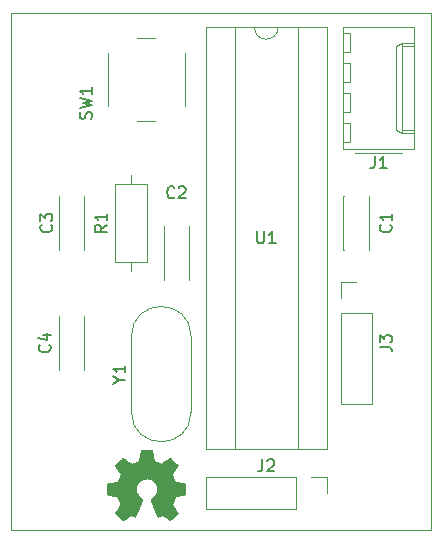
<source format=gbr>
%TF.GenerationSoftware,KiCad,Pcbnew,6.0.0*%
%TF.CreationDate,2022-01-08T01:51:50+01:00*%
%TF.ProjectId,sonars,736f6e61-7273-42e6-9b69-6361645f7063,0.1.0*%
%TF.SameCoordinates,Original*%
%TF.FileFunction,Legend,Top*%
%TF.FilePolarity,Positive*%
%FSLAX46Y46*%
G04 Gerber Fmt 4.6, Leading zero omitted, Abs format (unit mm)*
G04 Created by KiCad (PCBNEW 6.0.0) date 2022-01-08 01:51:50*
%MOMM*%
%LPD*%
G01*
G04 APERTURE LIST*
%TA.AperFunction,Profile*%
%ADD10C,0.100000*%
%TD*%
%ADD11C,0.150000*%
%ADD12C,0.120000*%
%ADD13C,0.010000*%
G04 APERTURE END LIST*
D10*
X57140000Y-69850000D02*
X92710000Y-69850000D01*
X92710000Y-69850000D02*
X92710000Y-113665000D01*
X92710000Y-113665000D02*
X57140000Y-113665000D01*
X57140000Y-113665000D02*
X57140000Y-69850000D01*
D11*
%TO.C,U1*%
X77978095Y-88352380D02*
X77978095Y-89161904D01*
X78025714Y-89257142D01*
X78073333Y-89304761D01*
X78168571Y-89352380D01*
X78359047Y-89352380D01*
X78454285Y-89304761D01*
X78501904Y-89257142D01*
X78549523Y-89161904D01*
X78549523Y-88352380D01*
X79549523Y-89352380D02*
X78978095Y-89352380D01*
X79263809Y-89352380D02*
X79263809Y-88352380D01*
X79168571Y-88495238D01*
X79073333Y-88590476D01*
X78978095Y-88638095D01*
%TO.C,SW1*%
X63904761Y-78803333D02*
X63952380Y-78660476D01*
X63952380Y-78422380D01*
X63904761Y-78327142D01*
X63857142Y-78279523D01*
X63761904Y-78231904D01*
X63666666Y-78231904D01*
X63571428Y-78279523D01*
X63523809Y-78327142D01*
X63476190Y-78422380D01*
X63428571Y-78612857D01*
X63380952Y-78708095D01*
X63333333Y-78755714D01*
X63238095Y-78803333D01*
X63142857Y-78803333D01*
X63047619Y-78755714D01*
X63000000Y-78708095D01*
X62952380Y-78612857D01*
X62952380Y-78374761D01*
X63000000Y-78231904D01*
X62952380Y-77898571D02*
X63952380Y-77660476D01*
X63238095Y-77470000D01*
X63952380Y-77279523D01*
X62952380Y-77041428D01*
X63952380Y-76136666D02*
X63952380Y-76708095D01*
X63952380Y-76422380D02*
X62952380Y-76422380D01*
X63095238Y-76517619D01*
X63190476Y-76612857D01*
X63238095Y-76708095D01*
%TO.C,R1*%
X65222380Y-87796666D02*
X64746190Y-88130000D01*
X65222380Y-88368095D02*
X64222380Y-88368095D01*
X64222380Y-87987142D01*
X64270000Y-87891904D01*
X64317619Y-87844285D01*
X64412857Y-87796666D01*
X64555714Y-87796666D01*
X64650952Y-87844285D01*
X64698571Y-87891904D01*
X64746190Y-87987142D01*
X64746190Y-88368095D01*
X65222380Y-86844285D02*
X65222380Y-87415714D01*
X65222380Y-87130000D02*
X64222380Y-87130000D01*
X64365238Y-87225238D01*
X64460476Y-87320476D01*
X64508095Y-87415714D01*
%TO.C,C4*%
X60387142Y-97956666D02*
X60434761Y-98004285D01*
X60482380Y-98147142D01*
X60482380Y-98242380D01*
X60434761Y-98385238D01*
X60339523Y-98480476D01*
X60244285Y-98528095D01*
X60053809Y-98575714D01*
X59910952Y-98575714D01*
X59720476Y-98528095D01*
X59625238Y-98480476D01*
X59530000Y-98385238D01*
X59482380Y-98242380D01*
X59482380Y-98147142D01*
X59530000Y-98004285D01*
X59577619Y-97956666D01*
X59815714Y-97099523D02*
X60482380Y-97099523D01*
X59434761Y-97337619D02*
X60149047Y-97575714D01*
X60149047Y-96956666D01*
%TO.C,J2*%
X78416666Y-107656380D02*
X78416666Y-108370666D01*
X78369047Y-108513523D01*
X78273809Y-108608761D01*
X78130952Y-108656380D01*
X78035714Y-108656380D01*
X78845238Y-107751619D02*
X78892857Y-107704000D01*
X78988095Y-107656380D01*
X79226190Y-107656380D01*
X79321428Y-107704000D01*
X79369047Y-107751619D01*
X79416666Y-107846857D01*
X79416666Y-107942095D01*
X79369047Y-108084952D01*
X78797619Y-108656380D01*
X79416666Y-108656380D01*
%TO.C,C3*%
X60527142Y-87796666D02*
X60574761Y-87844285D01*
X60622380Y-87987142D01*
X60622380Y-88082380D01*
X60574761Y-88225238D01*
X60479523Y-88320476D01*
X60384285Y-88368095D01*
X60193809Y-88415714D01*
X60050952Y-88415714D01*
X59860476Y-88368095D01*
X59765238Y-88320476D01*
X59670000Y-88225238D01*
X59622380Y-88082380D01*
X59622380Y-87987142D01*
X59670000Y-87844285D01*
X59717619Y-87796666D01*
X59622380Y-87463333D02*
X59622380Y-86844285D01*
X60003333Y-87177619D01*
X60003333Y-87034761D01*
X60050952Y-86939523D01*
X60098571Y-86891904D01*
X60193809Y-86844285D01*
X60431904Y-86844285D01*
X60527142Y-86891904D01*
X60574761Y-86939523D01*
X60622380Y-87034761D01*
X60622380Y-87320476D01*
X60574761Y-87415714D01*
X60527142Y-87463333D01*
%TO.C,C2*%
X70953333Y-85447142D02*
X70905714Y-85494761D01*
X70762857Y-85542380D01*
X70667619Y-85542380D01*
X70524761Y-85494761D01*
X70429523Y-85399523D01*
X70381904Y-85304285D01*
X70334285Y-85113809D01*
X70334285Y-84970952D01*
X70381904Y-84780476D01*
X70429523Y-84685238D01*
X70524761Y-84590000D01*
X70667619Y-84542380D01*
X70762857Y-84542380D01*
X70905714Y-84590000D01*
X70953333Y-84637619D01*
X71334285Y-84637619D02*
X71381904Y-84590000D01*
X71477142Y-84542380D01*
X71715238Y-84542380D01*
X71810476Y-84590000D01*
X71858095Y-84637619D01*
X71905714Y-84732857D01*
X71905714Y-84828095D01*
X71858095Y-84970952D01*
X71286666Y-85542380D01*
X71905714Y-85542380D01*
%TO.C,J3*%
X88352380Y-98123333D02*
X89066666Y-98123333D01*
X89209523Y-98170952D01*
X89304761Y-98266190D01*
X89352380Y-98409047D01*
X89352380Y-98504285D01*
X88352380Y-97742380D02*
X88352380Y-97123333D01*
X88733333Y-97456666D01*
X88733333Y-97313809D01*
X88780952Y-97218571D01*
X88828571Y-97170952D01*
X88923809Y-97123333D01*
X89161904Y-97123333D01*
X89257142Y-97170952D01*
X89304761Y-97218571D01*
X89352380Y-97313809D01*
X89352380Y-97599523D01*
X89304761Y-97694761D01*
X89257142Y-97742380D01*
%TO.C,Y1*%
X66301190Y-100906190D02*
X66777380Y-100906190D01*
X65777380Y-101239523D02*
X66301190Y-100906190D01*
X65777380Y-100572857D01*
X66777380Y-99715714D02*
X66777380Y-100287142D01*
X66777380Y-100001428D02*
X65777380Y-100001428D01*
X65920238Y-100096666D01*
X66015476Y-100191904D01*
X66063095Y-100287142D01*
%TO.C,C1*%
X89257142Y-87796666D02*
X89304761Y-87844285D01*
X89352380Y-87987142D01*
X89352380Y-88082380D01*
X89304761Y-88225238D01*
X89209523Y-88320476D01*
X89114285Y-88368095D01*
X88923809Y-88415714D01*
X88780952Y-88415714D01*
X88590476Y-88368095D01*
X88495238Y-88320476D01*
X88400000Y-88225238D01*
X88352380Y-88082380D01*
X88352380Y-87987142D01*
X88400000Y-87844285D01*
X88447619Y-87796666D01*
X89352380Y-86844285D02*
X89352380Y-87415714D01*
X89352380Y-87130000D02*
X88352380Y-87130000D01*
X88495238Y-87225238D01*
X88590476Y-87320476D01*
X88638095Y-87415714D01*
%TO.C,J1*%
X87931666Y-82002380D02*
X87931666Y-82716666D01*
X87884047Y-82859523D01*
X87788809Y-82954761D01*
X87645952Y-83002380D01*
X87550714Y-83002380D01*
X88931666Y-83002380D02*
X88360238Y-83002380D01*
X88645952Y-83002380D02*
X88645952Y-82002380D01*
X88550714Y-82145238D01*
X88455476Y-82240476D01*
X88360238Y-82288095D01*
D12*
%TO.C,U1*%
X77740000Y-71070000D02*
G75*
G03*
X79740000Y-71070000I1000000J0D01*
G01*
X77740000Y-71070000D02*
X76090000Y-71070000D01*
X76090000Y-71070000D02*
X76090000Y-106750000D01*
X76090000Y-106750000D02*
X81390000Y-106750000D01*
X81390000Y-106750000D02*
X81390000Y-71070000D01*
X81390000Y-71070000D02*
X79740000Y-71070000D01*
X73600000Y-71010000D02*
X73600000Y-106810000D01*
X73600000Y-106810000D02*
X83880000Y-106810000D01*
X83880000Y-106810000D02*
X83880000Y-71010000D01*
X83880000Y-71010000D02*
X73600000Y-71010000D01*
%TO.C,SW1*%
X67820000Y-78990000D02*
X69320000Y-78990000D01*
X71820000Y-77740000D02*
X71820000Y-73240000D01*
X69320000Y-71990000D02*
X67820000Y-71990000D01*
X65320000Y-73240000D02*
X65320000Y-77740000D01*
%TO.C,R1*%
X65940000Y-84360000D02*
X65940000Y-90900000D01*
X67310000Y-91670000D02*
X67310000Y-90900000D01*
X65940000Y-90900000D02*
X68680000Y-90900000D01*
X67310000Y-83590000D02*
X67310000Y-84360000D01*
X68680000Y-90900000D02*
X68680000Y-84360000D01*
X68680000Y-84360000D02*
X65940000Y-84360000D01*
%TO.C,C4*%
X63285000Y-95520000D02*
X63300000Y-95520000D01*
X61160000Y-95520000D02*
X61175000Y-95520000D01*
X61160000Y-100060000D02*
X61160000Y-95520000D01*
X63300000Y-100060000D02*
X63300000Y-95520000D01*
X61160000Y-100060000D02*
X61175000Y-100060000D01*
X63285000Y-100060000D02*
X63300000Y-100060000D01*
%TO.C,J2*%
X81280000Y-109160000D02*
X73600000Y-109160000D01*
X83880000Y-109160000D02*
X83880000Y-110490000D01*
X73600000Y-109160000D02*
X73600000Y-111820000D01*
X81280000Y-111820000D02*
X73600000Y-111820000D01*
X81280000Y-109160000D02*
X81280000Y-111820000D01*
X82550000Y-109160000D02*
X83880000Y-109160000D01*
%TO.C,C3*%
X63300000Y-89900000D02*
X63300000Y-85360000D01*
X61160000Y-89900000D02*
X61175000Y-89900000D01*
X63285000Y-89900000D02*
X63300000Y-89900000D01*
X61160000Y-85360000D02*
X61175000Y-85360000D01*
X61160000Y-89900000D02*
X61160000Y-85360000D01*
X63285000Y-85360000D02*
X63300000Y-85360000D01*
%TO.C,C2*%
X70065000Y-87900000D02*
X70050000Y-87900000D01*
X72190000Y-92440000D02*
X72175000Y-92440000D01*
X70065000Y-92440000D02*
X70050000Y-92440000D01*
X72190000Y-87900000D02*
X72175000Y-87900000D01*
X72190000Y-87900000D02*
X72190000Y-92440000D01*
X70050000Y-87900000D02*
X70050000Y-92440000D01*
%TO.C,J3*%
X85030000Y-93980000D02*
X85030000Y-92650000D01*
X87690000Y-95250000D02*
X87690000Y-102930000D01*
X85030000Y-95250000D02*
X87690000Y-95250000D01*
X85030000Y-95250000D02*
X85030000Y-102930000D01*
X85030000Y-102930000D02*
X87690000Y-102930000D01*
X85030000Y-92650000D02*
X86360000Y-92650000D01*
%TO.C,Y1*%
X72375000Y-103630000D02*
X72375000Y-97230000D01*
X67325000Y-103630000D02*
X67325000Y-97230000D01*
X72375000Y-97230000D02*
G75*
G03*
X67325000Y-97230000I-2525000J0D01*
G01*
X67325000Y-103630000D02*
G75*
G03*
X72375000Y-103630000I2525000J0D01*
G01*
%TO.C,C1*%
X85280000Y-89900000D02*
X85295000Y-89900000D01*
X87420000Y-89900000D02*
X87420000Y-85360000D01*
X87405000Y-85360000D02*
X87420000Y-85360000D01*
X85280000Y-89900000D02*
X85280000Y-85360000D01*
X85280000Y-85360000D02*
X85295000Y-85360000D01*
X87405000Y-89900000D02*
X87420000Y-89900000D01*
%TO.C,J1*%
X91255000Y-80010000D02*
X90255000Y-80010000D01*
X85235000Y-71010000D02*
X85235000Y-81390000D01*
X89725000Y-72640000D02*
X90255000Y-72390000D01*
X89725000Y-79760000D02*
X89725000Y-72640000D01*
X86265000Y-81680000D02*
X90265000Y-81680000D01*
X90255000Y-80010000D02*
X89725000Y-79760000D01*
X91255000Y-71010000D02*
X85235000Y-71010000D01*
X91255000Y-72640000D02*
X90255000Y-72640000D01*
X85235000Y-75730000D02*
X85835000Y-75730000D01*
X90255000Y-72390000D02*
X91255000Y-72390000D01*
X85235000Y-73190000D02*
X85835000Y-73190000D01*
X85835000Y-71590000D02*
X85235000Y-71590000D01*
X85835000Y-75730000D02*
X85835000Y-74130000D01*
X90255000Y-80010000D02*
X90255000Y-72390000D01*
X85835000Y-79210000D02*
X85235000Y-79210000D01*
X85835000Y-74130000D02*
X85235000Y-74130000D01*
X85235000Y-78270000D02*
X85835000Y-78270000D01*
X85835000Y-73190000D02*
X85835000Y-71590000D01*
X85235000Y-80810000D02*
X85835000Y-80810000D01*
X85835000Y-78270000D02*
X85835000Y-76670000D01*
X91255000Y-79760000D02*
X90255000Y-79760000D01*
X91255000Y-81390000D02*
X91255000Y-71010000D01*
X85235000Y-81390000D02*
X91255000Y-81390000D01*
X85835000Y-80810000D02*
X85835000Y-79210000D01*
X85835000Y-76670000D02*
X85235000Y-76670000D01*
D13*
%TO.C,REF\u002A\u002A*%
X69135814Y-107323931D02*
X69219635Y-107768555D01*
X69219635Y-107768555D02*
X69528920Y-107896053D01*
X69528920Y-107896053D02*
X69838206Y-108023551D01*
X69838206Y-108023551D02*
X70209246Y-107771246D01*
X70209246Y-107771246D02*
X70313157Y-107700996D01*
X70313157Y-107700996D02*
X70407087Y-107638272D01*
X70407087Y-107638272D02*
X70486652Y-107585938D01*
X70486652Y-107585938D02*
X70547470Y-107546857D01*
X70547470Y-107546857D02*
X70585157Y-107523893D01*
X70585157Y-107523893D02*
X70595421Y-107518942D01*
X70595421Y-107518942D02*
X70613910Y-107531676D01*
X70613910Y-107531676D02*
X70653420Y-107566882D01*
X70653420Y-107566882D02*
X70709522Y-107620062D01*
X70709522Y-107620062D02*
X70777787Y-107686718D01*
X70777787Y-107686718D02*
X70853786Y-107762354D01*
X70853786Y-107762354D02*
X70933092Y-107842472D01*
X70933092Y-107842472D02*
X71011275Y-107922574D01*
X71011275Y-107922574D02*
X71083907Y-107998164D01*
X71083907Y-107998164D02*
X71146559Y-108064745D01*
X71146559Y-108064745D02*
X71194803Y-108117818D01*
X71194803Y-108117818D02*
X71224210Y-108152887D01*
X71224210Y-108152887D02*
X71231241Y-108164623D01*
X71231241Y-108164623D02*
X71221123Y-108186260D01*
X71221123Y-108186260D02*
X71192759Y-108233662D01*
X71192759Y-108233662D02*
X71149129Y-108302193D01*
X71149129Y-108302193D02*
X71093218Y-108387215D01*
X71093218Y-108387215D02*
X71028006Y-108484093D01*
X71028006Y-108484093D02*
X70990219Y-108539350D01*
X70990219Y-108539350D02*
X70921343Y-108640248D01*
X70921343Y-108640248D02*
X70860140Y-108731299D01*
X70860140Y-108731299D02*
X70809578Y-108807970D01*
X70809578Y-108807970D02*
X70772628Y-108865728D01*
X70772628Y-108865728D02*
X70752258Y-108900043D01*
X70752258Y-108900043D02*
X70749197Y-108907254D01*
X70749197Y-108907254D02*
X70756136Y-108927748D01*
X70756136Y-108927748D02*
X70775051Y-108975513D01*
X70775051Y-108975513D02*
X70803087Y-109043832D01*
X70803087Y-109043832D02*
X70837391Y-109125989D01*
X70837391Y-109125989D02*
X70875109Y-109215270D01*
X70875109Y-109215270D02*
X70913387Y-109304958D01*
X70913387Y-109304958D02*
X70949370Y-109388338D01*
X70949370Y-109388338D02*
X70980206Y-109458694D01*
X70980206Y-109458694D02*
X71003039Y-109509310D01*
X71003039Y-109509310D02*
X71015017Y-109533471D01*
X71015017Y-109533471D02*
X71015724Y-109534422D01*
X71015724Y-109534422D02*
X71034531Y-109539036D01*
X71034531Y-109539036D02*
X71084618Y-109549328D01*
X71084618Y-109549328D02*
X71160793Y-109564287D01*
X71160793Y-109564287D02*
X71257865Y-109582901D01*
X71257865Y-109582901D02*
X71370643Y-109604159D01*
X71370643Y-109604159D02*
X71436442Y-109616418D01*
X71436442Y-109616418D02*
X71556950Y-109639362D01*
X71556950Y-109639362D02*
X71665797Y-109661195D01*
X71665797Y-109661195D02*
X71757476Y-109680722D01*
X71757476Y-109680722D02*
X71826481Y-109696748D01*
X71826481Y-109696748D02*
X71867304Y-109708079D01*
X71867304Y-109708079D02*
X71875511Y-109711674D01*
X71875511Y-109711674D02*
X71883548Y-109736006D01*
X71883548Y-109736006D02*
X71890033Y-109790959D01*
X71890033Y-109790959D02*
X71894970Y-109870108D01*
X71894970Y-109870108D02*
X71898364Y-109967026D01*
X71898364Y-109967026D02*
X71900218Y-110075287D01*
X71900218Y-110075287D02*
X71900538Y-110188465D01*
X71900538Y-110188465D02*
X71899327Y-110300135D01*
X71899327Y-110300135D02*
X71896590Y-110403868D01*
X71896590Y-110403868D02*
X71892331Y-110493241D01*
X71892331Y-110493241D02*
X71886555Y-110561826D01*
X71886555Y-110561826D02*
X71879267Y-110603197D01*
X71879267Y-110603197D02*
X71874895Y-110611810D01*
X71874895Y-110611810D02*
X71848764Y-110622133D01*
X71848764Y-110622133D02*
X71793393Y-110636892D01*
X71793393Y-110636892D02*
X71716107Y-110654352D01*
X71716107Y-110654352D02*
X71624230Y-110672780D01*
X71624230Y-110672780D02*
X71592158Y-110678741D01*
X71592158Y-110678741D02*
X71437524Y-110707066D01*
X71437524Y-110707066D02*
X71315375Y-110729876D01*
X71315375Y-110729876D02*
X71221673Y-110748080D01*
X71221673Y-110748080D02*
X71152384Y-110762583D01*
X71152384Y-110762583D02*
X71103471Y-110774292D01*
X71103471Y-110774292D02*
X71070897Y-110784115D01*
X71070897Y-110784115D02*
X71050628Y-110792956D01*
X71050628Y-110792956D02*
X71038626Y-110801724D01*
X71038626Y-110801724D02*
X71036947Y-110803457D01*
X71036947Y-110803457D02*
X71020184Y-110831371D01*
X71020184Y-110831371D02*
X70994614Y-110885695D01*
X70994614Y-110885695D02*
X70962788Y-110959777D01*
X70962788Y-110959777D02*
X70927260Y-111046965D01*
X70927260Y-111046965D02*
X70890583Y-111140608D01*
X70890583Y-111140608D02*
X70855311Y-111234052D01*
X70855311Y-111234052D02*
X70823996Y-111320647D01*
X70823996Y-111320647D02*
X70799193Y-111393740D01*
X70799193Y-111393740D02*
X70783454Y-111446678D01*
X70783454Y-111446678D02*
X70779332Y-111472811D01*
X70779332Y-111472811D02*
X70779676Y-111473726D01*
X70779676Y-111473726D02*
X70793641Y-111495086D01*
X70793641Y-111495086D02*
X70825322Y-111542084D01*
X70825322Y-111542084D02*
X70871391Y-111609827D01*
X70871391Y-111609827D02*
X70928518Y-111693423D01*
X70928518Y-111693423D02*
X70993373Y-111787982D01*
X70993373Y-111787982D02*
X71011843Y-111814854D01*
X71011843Y-111814854D02*
X71077699Y-111912275D01*
X71077699Y-111912275D02*
X71135650Y-112001163D01*
X71135650Y-112001163D02*
X71182538Y-112076412D01*
X71182538Y-112076412D02*
X71215207Y-112132920D01*
X71215207Y-112132920D02*
X71230500Y-112165581D01*
X71230500Y-112165581D02*
X71231241Y-112169593D01*
X71231241Y-112169593D02*
X71218392Y-112190684D01*
X71218392Y-112190684D02*
X71182888Y-112232464D01*
X71182888Y-112232464D02*
X71129293Y-112290445D01*
X71129293Y-112290445D02*
X71062171Y-112360135D01*
X71062171Y-112360135D02*
X70986087Y-112437045D01*
X70986087Y-112437045D02*
X70905604Y-112516683D01*
X70905604Y-112516683D02*
X70825287Y-112594561D01*
X70825287Y-112594561D02*
X70749699Y-112666186D01*
X70749699Y-112666186D02*
X70683405Y-112727070D01*
X70683405Y-112727070D02*
X70630969Y-112772721D01*
X70630969Y-112772721D02*
X70596955Y-112798650D01*
X70596955Y-112798650D02*
X70587545Y-112802883D01*
X70587545Y-112802883D02*
X70565643Y-112792912D01*
X70565643Y-112792912D02*
X70520800Y-112766020D01*
X70520800Y-112766020D02*
X70460321Y-112726736D01*
X70460321Y-112726736D02*
X70413789Y-112695117D01*
X70413789Y-112695117D02*
X70329475Y-112637098D01*
X70329475Y-112637098D02*
X70229626Y-112568784D01*
X70229626Y-112568784D02*
X70129473Y-112500579D01*
X70129473Y-112500579D02*
X70075627Y-112464075D01*
X70075627Y-112464075D02*
X69893371Y-112340800D01*
X69893371Y-112340800D02*
X69740381Y-112423520D01*
X69740381Y-112423520D02*
X69670682Y-112459759D01*
X69670682Y-112459759D02*
X69611414Y-112487926D01*
X69611414Y-112487926D02*
X69571311Y-112503991D01*
X69571311Y-112503991D02*
X69561103Y-112506226D01*
X69561103Y-112506226D02*
X69548829Y-112489722D01*
X69548829Y-112489722D02*
X69524613Y-112443082D01*
X69524613Y-112443082D02*
X69490263Y-112370609D01*
X69490263Y-112370609D02*
X69447588Y-112276606D01*
X69447588Y-112276606D02*
X69398394Y-112165374D01*
X69398394Y-112165374D02*
X69344490Y-112041215D01*
X69344490Y-112041215D02*
X69287684Y-111908432D01*
X69287684Y-111908432D02*
X69229782Y-111771327D01*
X69229782Y-111771327D02*
X69172593Y-111634202D01*
X69172593Y-111634202D02*
X69117924Y-111501358D01*
X69117924Y-111501358D02*
X69067584Y-111377098D01*
X69067584Y-111377098D02*
X69023380Y-111265725D01*
X69023380Y-111265725D02*
X68987119Y-111171539D01*
X68987119Y-111171539D02*
X68960609Y-111098844D01*
X68960609Y-111098844D02*
X68945658Y-111051941D01*
X68945658Y-111051941D02*
X68943254Y-111035833D01*
X68943254Y-111035833D02*
X68962311Y-111015286D01*
X68962311Y-111015286D02*
X69004036Y-110981933D01*
X69004036Y-110981933D02*
X69059706Y-110942702D01*
X69059706Y-110942702D02*
X69064378Y-110939599D01*
X69064378Y-110939599D02*
X69208264Y-110824423D01*
X69208264Y-110824423D02*
X69324283Y-110690053D01*
X69324283Y-110690053D02*
X69411430Y-110540784D01*
X69411430Y-110540784D02*
X69468699Y-110380913D01*
X69468699Y-110380913D02*
X69495086Y-110214737D01*
X69495086Y-110214737D02*
X69489585Y-110046552D01*
X69489585Y-110046552D02*
X69451190Y-109880655D01*
X69451190Y-109880655D02*
X69378895Y-109721342D01*
X69378895Y-109721342D02*
X69357626Y-109686487D01*
X69357626Y-109686487D02*
X69246996Y-109545737D01*
X69246996Y-109545737D02*
X69116302Y-109432714D01*
X69116302Y-109432714D02*
X68970064Y-109348003D01*
X68970064Y-109348003D02*
X68812808Y-109292194D01*
X68812808Y-109292194D02*
X68649057Y-109265874D01*
X68649057Y-109265874D02*
X68483333Y-109269630D01*
X68483333Y-109269630D02*
X68320162Y-109304050D01*
X68320162Y-109304050D02*
X68164065Y-109369723D01*
X68164065Y-109369723D02*
X68019567Y-109467235D01*
X68019567Y-109467235D02*
X67974869Y-109506813D01*
X67974869Y-109506813D02*
X67861112Y-109630703D01*
X67861112Y-109630703D02*
X67778218Y-109761124D01*
X67778218Y-109761124D02*
X67721356Y-109907315D01*
X67721356Y-109907315D02*
X67689687Y-110052088D01*
X67689687Y-110052088D02*
X67681869Y-110214860D01*
X67681869Y-110214860D02*
X67707938Y-110378440D01*
X67707938Y-110378440D02*
X67765245Y-110537298D01*
X67765245Y-110537298D02*
X67851144Y-110685906D01*
X67851144Y-110685906D02*
X67962986Y-110818735D01*
X67962986Y-110818735D02*
X68098123Y-110930256D01*
X68098123Y-110930256D02*
X68115883Y-110942011D01*
X68115883Y-110942011D02*
X68172150Y-110980508D01*
X68172150Y-110980508D02*
X68214923Y-111013863D01*
X68214923Y-111013863D02*
X68235372Y-111035160D01*
X68235372Y-111035160D02*
X68235669Y-111035833D01*
X68235669Y-111035833D02*
X68231279Y-111058871D01*
X68231279Y-111058871D02*
X68213876Y-111111157D01*
X68213876Y-111111157D02*
X68185268Y-111188390D01*
X68185268Y-111188390D02*
X68147265Y-111286268D01*
X68147265Y-111286268D02*
X68101674Y-111400491D01*
X68101674Y-111400491D02*
X68050303Y-111526758D01*
X68050303Y-111526758D02*
X67994962Y-111660767D01*
X67994962Y-111660767D02*
X67937458Y-111798218D01*
X67937458Y-111798218D02*
X67879601Y-111934808D01*
X67879601Y-111934808D02*
X67823198Y-112066237D01*
X67823198Y-112066237D02*
X67770058Y-112188205D01*
X67770058Y-112188205D02*
X67721990Y-112296409D01*
X67721990Y-112296409D02*
X67680801Y-112386549D01*
X67680801Y-112386549D02*
X67648301Y-112454323D01*
X67648301Y-112454323D02*
X67626297Y-112495430D01*
X67626297Y-112495430D02*
X67617436Y-112506226D01*
X67617436Y-112506226D02*
X67590360Y-112497819D01*
X67590360Y-112497819D02*
X67539697Y-112475272D01*
X67539697Y-112475272D02*
X67474183Y-112442613D01*
X67474183Y-112442613D02*
X67438159Y-112423520D01*
X67438159Y-112423520D02*
X67285168Y-112340800D01*
X67285168Y-112340800D02*
X67102912Y-112464075D01*
X67102912Y-112464075D02*
X67009875Y-112527228D01*
X67009875Y-112527228D02*
X66908015Y-112596727D01*
X66908015Y-112596727D02*
X66812562Y-112662165D01*
X66812562Y-112662165D02*
X66764750Y-112695117D01*
X66764750Y-112695117D02*
X66697505Y-112740273D01*
X66697505Y-112740273D02*
X66640564Y-112776057D01*
X66640564Y-112776057D02*
X66601354Y-112797938D01*
X66601354Y-112797938D02*
X66588619Y-112802563D01*
X66588619Y-112802563D02*
X66570083Y-112790085D01*
X66570083Y-112790085D02*
X66529059Y-112755252D01*
X66529059Y-112755252D02*
X66469525Y-112701678D01*
X66469525Y-112701678D02*
X66395458Y-112632983D01*
X66395458Y-112632983D02*
X66310835Y-112552781D01*
X66310835Y-112552781D02*
X66257315Y-112501286D01*
X66257315Y-112501286D02*
X66163681Y-112409286D01*
X66163681Y-112409286D02*
X66082759Y-112326999D01*
X66082759Y-112326999D02*
X66017823Y-112257945D01*
X66017823Y-112257945D02*
X65972142Y-112205644D01*
X65972142Y-112205644D02*
X65948989Y-112173616D01*
X65948989Y-112173616D02*
X65946768Y-112167116D01*
X65946768Y-112167116D02*
X65957076Y-112142394D01*
X65957076Y-112142394D02*
X65985561Y-112092405D01*
X65985561Y-112092405D02*
X66029063Y-112022212D01*
X66029063Y-112022212D02*
X66084423Y-111936875D01*
X66084423Y-111936875D02*
X66148480Y-111841456D01*
X66148480Y-111841456D02*
X66166697Y-111814854D01*
X66166697Y-111814854D02*
X66233073Y-111718167D01*
X66233073Y-111718167D02*
X66292622Y-111631117D01*
X66292622Y-111631117D02*
X66342016Y-111558595D01*
X66342016Y-111558595D02*
X66377925Y-111505493D01*
X66377925Y-111505493D02*
X66397019Y-111476703D01*
X66397019Y-111476703D02*
X66398864Y-111473726D01*
X66398864Y-111473726D02*
X66396105Y-111450782D01*
X66396105Y-111450782D02*
X66381462Y-111400336D01*
X66381462Y-111400336D02*
X66357487Y-111329041D01*
X66357487Y-111329041D02*
X66326734Y-111243547D01*
X66326734Y-111243547D02*
X66291756Y-111150507D01*
X66291756Y-111150507D02*
X66255107Y-111056574D01*
X66255107Y-111056574D02*
X66219339Y-110968399D01*
X66219339Y-110968399D02*
X66187006Y-110892634D01*
X66187006Y-110892634D02*
X66160662Y-110835931D01*
X66160662Y-110835931D02*
X66142858Y-110804943D01*
X66142858Y-110804943D02*
X66141593Y-110803457D01*
X66141593Y-110803457D02*
X66130706Y-110794601D01*
X66130706Y-110794601D02*
X66112318Y-110785843D01*
X66112318Y-110785843D02*
X66082394Y-110776277D01*
X66082394Y-110776277D02*
X66036897Y-110764996D01*
X66036897Y-110764996D02*
X65971791Y-110751093D01*
X65971791Y-110751093D02*
X65883039Y-110733663D01*
X65883039Y-110733663D02*
X65766607Y-110711798D01*
X65766607Y-110711798D02*
X65618458Y-110684591D01*
X65618458Y-110684591D02*
X65586382Y-110678741D01*
X65586382Y-110678741D02*
X65491314Y-110660374D01*
X65491314Y-110660374D02*
X65408435Y-110642405D01*
X65408435Y-110642405D02*
X65345070Y-110626569D01*
X65345070Y-110626569D02*
X65308542Y-110614600D01*
X65308542Y-110614600D02*
X65303644Y-110611810D01*
X65303644Y-110611810D02*
X65295573Y-110587072D01*
X65295573Y-110587072D02*
X65289013Y-110531790D01*
X65289013Y-110531790D02*
X65283967Y-110452389D01*
X65283967Y-110452389D02*
X65280441Y-110355296D01*
X65280441Y-110355296D02*
X65278439Y-110246938D01*
X65278439Y-110246938D02*
X65277964Y-110133740D01*
X65277964Y-110133740D02*
X65279023Y-110022128D01*
X65279023Y-110022128D02*
X65281618Y-109918529D01*
X65281618Y-109918529D02*
X65285754Y-109829368D01*
X65285754Y-109829368D02*
X65291437Y-109761072D01*
X65291437Y-109761072D02*
X65298669Y-109720066D01*
X65298669Y-109720066D02*
X65303029Y-109711674D01*
X65303029Y-109711674D02*
X65327302Y-109703208D01*
X65327302Y-109703208D02*
X65382574Y-109689435D01*
X65382574Y-109689435D02*
X65463338Y-109671550D01*
X65463338Y-109671550D02*
X65564088Y-109650748D01*
X65564088Y-109650748D02*
X65679317Y-109628223D01*
X65679317Y-109628223D02*
X65742098Y-109616418D01*
X65742098Y-109616418D02*
X65861213Y-109594151D01*
X65861213Y-109594151D02*
X65967435Y-109573979D01*
X65967435Y-109573979D02*
X66055573Y-109556915D01*
X66055573Y-109556915D02*
X66120434Y-109543969D01*
X66120434Y-109543969D02*
X66156826Y-109536155D01*
X66156826Y-109536155D02*
X66162816Y-109534422D01*
X66162816Y-109534422D02*
X66172939Y-109514890D01*
X66172939Y-109514890D02*
X66194338Y-109467843D01*
X66194338Y-109467843D02*
X66224161Y-109400003D01*
X66224161Y-109400003D02*
X66259555Y-109318091D01*
X66259555Y-109318091D02*
X66297668Y-109228828D01*
X66297668Y-109228828D02*
X66335647Y-109138935D01*
X66335647Y-109138935D02*
X66370640Y-109055135D01*
X66370640Y-109055135D02*
X66399794Y-108984147D01*
X66399794Y-108984147D02*
X66420257Y-108932694D01*
X66420257Y-108932694D02*
X66429177Y-108907497D01*
X66429177Y-108907497D02*
X66429343Y-108906396D01*
X66429343Y-108906396D02*
X66419231Y-108886519D01*
X66419231Y-108886519D02*
X66390883Y-108840777D01*
X66390883Y-108840777D02*
X66347277Y-108773717D01*
X66347277Y-108773717D02*
X66291394Y-108689884D01*
X66291394Y-108689884D02*
X66226213Y-108593826D01*
X66226213Y-108593826D02*
X66188321Y-108538650D01*
X66188321Y-108538650D02*
X66119275Y-108437481D01*
X66119275Y-108437481D02*
X66057950Y-108345630D01*
X66057950Y-108345630D02*
X66007337Y-108267744D01*
X66007337Y-108267744D02*
X65970429Y-108208469D01*
X65970429Y-108208469D02*
X65950218Y-108172451D01*
X65950218Y-108172451D02*
X65947299Y-108164377D01*
X65947299Y-108164377D02*
X65959847Y-108145584D01*
X65959847Y-108145584D02*
X65994537Y-108105457D01*
X65994537Y-108105457D02*
X66046937Y-108048493D01*
X66046937Y-108048493D02*
X66112616Y-107979185D01*
X66112616Y-107979185D02*
X66187144Y-107902031D01*
X66187144Y-107902031D02*
X66266087Y-107821525D01*
X66266087Y-107821525D02*
X66345017Y-107742163D01*
X66345017Y-107742163D02*
X66419500Y-107668440D01*
X66419500Y-107668440D02*
X66485106Y-107604852D01*
X66485106Y-107604852D02*
X66537404Y-107555894D01*
X66537404Y-107555894D02*
X66571961Y-107526061D01*
X66571961Y-107526061D02*
X66583522Y-107518942D01*
X66583522Y-107518942D02*
X66602346Y-107528953D01*
X66602346Y-107528953D02*
X66647369Y-107557078D01*
X66647369Y-107557078D02*
X66714213Y-107600454D01*
X66714213Y-107600454D02*
X66798501Y-107656218D01*
X66798501Y-107656218D02*
X66895856Y-107721506D01*
X66895856Y-107721506D02*
X66969293Y-107771246D01*
X66969293Y-107771246D02*
X67340333Y-108023551D01*
X67340333Y-108023551D02*
X67958905Y-107768555D01*
X67958905Y-107768555D02*
X68042725Y-107323931D01*
X68042725Y-107323931D02*
X68126546Y-106879307D01*
X68126546Y-106879307D02*
X69051994Y-106879307D01*
X69051994Y-106879307D02*
X69135814Y-107323931D01*
X69135814Y-107323931D02*
X69135814Y-107323931D01*
G36*
X69135814Y-107323931D02*
G01*
X69219635Y-107768555D01*
X69528920Y-107896053D01*
X69838206Y-108023551D01*
X70209246Y-107771246D01*
X70313157Y-107700996D01*
X70407087Y-107638272D01*
X70486652Y-107585938D01*
X70547470Y-107546857D01*
X70585157Y-107523893D01*
X70595421Y-107518942D01*
X70613910Y-107531676D01*
X70653420Y-107566882D01*
X70709522Y-107620062D01*
X70777787Y-107686718D01*
X70853786Y-107762354D01*
X70933092Y-107842472D01*
X71011275Y-107922574D01*
X71083907Y-107998164D01*
X71146559Y-108064745D01*
X71194803Y-108117818D01*
X71224210Y-108152887D01*
X71231241Y-108164623D01*
X71221123Y-108186260D01*
X71192759Y-108233662D01*
X71149129Y-108302193D01*
X71093218Y-108387215D01*
X71028006Y-108484093D01*
X70990219Y-108539350D01*
X70921343Y-108640248D01*
X70860140Y-108731299D01*
X70809578Y-108807970D01*
X70772628Y-108865728D01*
X70752258Y-108900043D01*
X70749197Y-108907254D01*
X70756136Y-108927748D01*
X70775051Y-108975513D01*
X70803087Y-109043832D01*
X70837391Y-109125989D01*
X70875109Y-109215270D01*
X70913387Y-109304958D01*
X70949370Y-109388338D01*
X70980206Y-109458694D01*
X71003039Y-109509310D01*
X71015017Y-109533471D01*
X71015724Y-109534422D01*
X71034531Y-109539036D01*
X71084618Y-109549328D01*
X71160793Y-109564287D01*
X71257865Y-109582901D01*
X71370643Y-109604159D01*
X71436442Y-109616418D01*
X71556950Y-109639362D01*
X71665797Y-109661195D01*
X71757476Y-109680722D01*
X71826481Y-109696748D01*
X71867304Y-109708079D01*
X71875511Y-109711674D01*
X71883548Y-109736006D01*
X71890033Y-109790959D01*
X71894970Y-109870108D01*
X71898364Y-109967026D01*
X71900218Y-110075287D01*
X71900538Y-110188465D01*
X71899327Y-110300135D01*
X71896590Y-110403868D01*
X71892331Y-110493241D01*
X71886555Y-110561826D01*
X71879267Y-110603197D01*
X71874895Y-110611810D01*
X71848764Y-110622133D01*
X71793393Y-110636892D01*
X71716107Y-110654352D01*
X71624230Y-110672780D01*
X71592158Y-110678741D01*
X71437524Y-110707066D01*
X71315375Y-110729876D01*
X71221673Y-110748080D01*
X71152384Y-110762583D01*
X71103471Y-110774292D01*
X71070897Y-110784115D01*
X71050628Y-110792956D01*
X71038626Y-110801724D01*
X71036947Y-110803457D01*
X71020184Y-110831371D01*
X70994614Y-110885695D01*
X70962788Y-110959777D01*
X70927260Y-111046965D01*
X70890583Y-111140608D01*
X70855311Y-111234052D01*
X70823996Y-111320647D01*
X70799193Y-111393740D01*
X70783454Y-111446678D01*
X70779332Y-111472811D01*
X70779676Y-111473726D01*
X70793641Y-111495086D01*
X70825322Y-111542084D01*
X70871391Y-111609827D01*
X70928518Y-111693423D01*
X70993373Y-111787982D01*
X71011843Y-111814854D01*
X71077699Y-111912275D01*
X71135650Y-112001163D01*
X71182538Y-112076412D01*
X71215207Y-112132920D01*
X71230500Y-112165581D01*
X71231241Y-112169593D01*
X71218392Y-112190684D01*
X71182888Y-112232464D01*
X71129293Y-112290445D01*
X71062171Y-112360135D01*
X70986087Y-112437045D01*
X70905604Y-112516683D01*
X70825287Y-112594561D01*
X70749699Y-112666186D01*
X70683405Y-112727070D01*
X70630969Y-112772721D01*
X70596955Y-112798650D01*
X70587545Y-112802883D01*
X70565643Y-112792912D01*
X70520800Y-112766020D01*
X70460321Y-112726736D01*
X70413789Y-112695117D01*
X70329475Y-112637098D01*
X70229626Y-112568784D01*
X70129473Y-112500579D01*
X70075627Y-112464075D01*
X69893371Y-112340800D01*
X69740381Y-112423520D01*
X69670682Y-112459759D01*
X69611414Y-112487926D01*
X69571311Y-112503991D01*
X69561103Y-112506226D01*
X69548829Y-112489722D01*
X69524613Y-112443082D01*
X69490263Y-112370609D01*
X69447588Y-112276606D01*
X69398394Y-112165374D01*
X69344490Y-112041215D01*
X69287684Y-111908432D01*
X69229782Y-111771327D01*
X69172593Y-111634202D01*
X69117924Y-111501358D01*
X69067584Y-111377098D01*
X69023380Y-111265725D01*
X68987119Y-111171539D01*
X68960609Y-111098844D01*
X68945658Y-111051941D01*
X68943254Y-111035833D01*
X68962311Y-111015286D01*
X69004036Y-110981933D01*
X69059706Y-110942702D01*
X69064378Y-110939599D01*
X69208264Y-110824423D01*
X69324283Y-110690053D01*
X69411430Y-110540784D01*
X69468699Y-110380913D01*
X69495086Y-110214737D01*
X69489585Y-110046552D01*
X69451190Y-109880655D01*
X69378895Y-109721342D01*
X69357626Y-109686487D01*
X69246996Y-109545737D01*
X69116302Y-109432714D01*
X68970064Y-109348003D01*
X68812808Y-109292194D01*
X68649057Y-109265874D01*
X68483333Y-109269630D01*
X68320162Y-109304050D01*
X68164065Y-109369723D01*
X68019567Y-109467235D01*
X67974869Y-109506813D01*
X67861112Y-109630703D01*
X67778218Y-109761124D01*
X67721356Y-109907315D01*
X67689687Y-110052088D01*
X67681869Y-110214860D01*
X67707938Y-110378440D01*
X67765245Y-110537298D01*
X67851144Y-110685906D01*
X67962986Y-110818735D01*
X68098123Y-110930256D01*
X68115883Y-110942011D01*
X68172150Y-110980508D01*
X68214923Y-111013863D01*
X68235372Y-111035160D01*
X68235669Y-111035833D01*
X68231279Y-111058871D01*
X68213876Y-111111157D01*
X68185268Y-111188390D01*
X68147265Y-111286268D01*
X68101674Y-111400491D01*
X68050303Y-111526758D01*
X67994962Y-111660767D01*
X67937458Y-111798218D01*
X67879601Y-111934808D01*
X67823198Y-112066237D01*
X67770058Y-112188205D01*
X67721990Y-112296409D01*
X67680801Y-112386549D01*
X67648301Y-112454323D01*
X67626297Y-112495430D01*
X67617436Y-112506226D01*
X67590360Y-112497819D01*
X67539697Y-112475272D01*
X67474183Y-112442613D01*
X67438159Y-112423520D01*
X67285168Y-112340800D01*
X67102912Y-112464075D01*
X67009875Y-112527228D01*
X66908015Y-112596727D01*
X66812562Y-112662165D01*
X66764750Y-112695117D01*
X66697505Y-112740273D01*
X66640564Y-112776057D01*
X66601354Y-112797938D01*
X66588619Y-112802563D01*
X66570083Y-112790085D01*
X66529059Y-112755252D01*
X66469525Y-112701678D01*
X66395458Y-112632983D01*
X66310835Y-112552781D01*
X66257315Y-112501286D01*
X66163681Y-112409286D01*
X66082759Y-112326999D01*
X66017823Y-112257945D01*
X65972142Y-112205644D01*
X65948989Y-112173616D01*
X65946768Y-112167116D01*
X65957076Y-112142394D01*
X65985561Y-112092405D01*
X66029063Y-112022212D01*
X66084423Y-111936875D01*
X66148480Y-111841456D01*
X66166697Y-111814854D01*
X66233073Y-111718167D01*
X66292622Y-111631117D01*
X66342016Y-111558595D01*
X66377925Y-111505493D01*
X66397019Y-111476703D01*
X66398864Y-111473726D01*
X66396105Y-111450782D01*
X66381462Y-111400336D01*
X66357487Y-111329041D01*
X66326734Y-111243547D01*
X66291756Y-111150507D01*
X66255107Y-111056574D01*
X66219339Y-110968399D01*
X66187006Y-110892634D01*
X66160662Y-110835931D01*
X66142858Y-110804943D01*
X66141593Y-110803457D01*
X66130706Y-110794601D01*
X66112318Y-110785843D01*
X66082394Y-110776277D01*
X66036897Y-110764996D01*
X65971791Y-110751093D01*
X65883039Y-110733663D01*
X65766607Y-110711798D01*
X65618458Y-110684591D01*
X65586382Y-110678741D01*
X65491314Y-110660374D01*
X65408435Y-110642405D01*
X65345070Y-110626569D01*
X65308542Y-110614600D01*
X65303644Y-110611810D01*
X65295573Y-110587072D01*
X65289013Y-110531790D01*
X65283967Y-110452389D01*
X65280441Y-110355296D01*
X65278439Y-110246938D01*
X65277964Y-110133740D01*
X65279023Y-110022128D01*
X65281618Y-109918529D01*
X65285754Y-109829368D01*
X65291437Y-109761072D01*
X65298669Y-109720066D01*
X65303029Y-109711674D01*
X65327302Y-109703208D01*
X65382574Y-109689435D01*
X65463338Y-109671550D01*
X65564088Y-109650748D01*
X65679317Y-109628223D01*
X65742098Y-109616418D01*
X65861213Y-109594151D01*
X65967435Y-109573979D01*
X66055573Y-109556915D01*
X66120434Y-109543969D01*
X66156826Y-109536155D01*
X66162816Y-109534422D01*
X66172939Y-109514890D01*
X66194338Y-109467843D01*
X66224161Y-109400003D01*
X66259555Y-109318091D01*
X66297668Y-109228828D01*
X66335647Y-109138935D01*
X66370640Y-109055135D01*
X66399794Y-108984147D01*
X66420257Y-108932694D01*
X66429177Y-108907497D01*
X66429343Y-108906396D01*
X66419231Y-108886519D01*
X66390883Y-108840777D01*
X66347277Y-108773717D01*
X66291394Y-108689884D01*
X66226213Y-108593826D01*
X66188321Y-108538650D01*
X66119275Y-108437481D01*
X66057950Y-108345630D01*
X66007337Y-108267744D01*
X65970429Y-108208469D01*
X65950218Y-108172451D01*
X65947299Y-108164377D01*
X65959847Y-108145584D01*
X65994537Y-108105457D01*
X66046937Y-108048493D01*
X66112616Y-107979185D01*
X66187144Y-107902031D01*
X66266087Y-107821525D01*
X66345017Y-107742163D01*
X66419500Y-107668440D01*
X66485106Y-107604852D01*
X66537404Y-107555894D01*
X66571961Y-107526061D01*
X66583522Y-107518942D01*
X66602346Y-107528953D01*
X66647369Y-107557078D01*
X66714213Y-107600454D01*
X66798501Y-107656218D01*
X66895856Y-107721506D01*
X66969293Y-107771246D01*
X67340333Y-108023551D01*
X67958905Y-107768555D01*
X68042725Y-107323931D01*
X68126546Y-106879307D01*
X69051994Y-106879307D01*
X69135814Y-107323931D01*
G37*
X69135814Y-107323931D02*
X69219635Y-107768555D01*
X69528920Y-107896053D01*
X69838206Y-108023551D01*
X70209246Y-107771246D01*
X70313157Y-107700996D01*
X70407087Y-107638272D01*
X70486652Y-107585938D01*
X70547470Y-107546857D01*
X70585157Y-107523893D01*
X70595421Y-107518942D01*
X70613910Y-107531676D01*
X70653420Y-107566882D01*
X70709522Y-107620062D01*
X70777787Y-107686718D01*
X70853786Y-107762354D01*
X70933092Y-107842472D01*
X71011275Y-107922574D01*
X71083907Y-107998164D01*
X71146559Y-108064745D01*
X71194803Y-108117818D01*
X71224210Y-108152887D01*
X71231241Y-108164623D01*
X71221123Y-108186260D01*
X71192759Y-108233662D01*
X71149129Y-108302193D01*
X71093218Y-108387215D01*
X71028006Y-108484093D01*
X70990219Y-108539350D01*
X70921343Y-108640248D01*
X70860140Y-108731299D01*
X70809578Y-108807970D01*
X70772628Y-108865728D01*
X70752258Y-108900043D01*
X70749197Y-108907254D01*
X70756136Y-108927748D01*
X70775051Y-108975513D01*
X70803087Y-109043832D01*
X70837391Y-109125989D01*
X70875109Y-109215270D01*
X70913387Y-109304958D01*
X70949370Y-109388338D01*
X70980206Y-109458694D01*
X71003039Y-109509310D01*
X71015017Y-109533471D01*
X71015724Y-109534422D01*
X71034531Y-109539036D01*
X71084618Y-109549328D01*
X71160793Y-109564287D01*
X71257865Y-109582901D01*
X71370643Y-109604159D01*
X71436442Y-109616418D01*
X71556950Y-109639362D01*
X71665797Y-109661195D01*
X71757476Y-109680722D01*
X71826481Y-109696748D01*
X71867304Y-109708079D01*
X71875511Y-109711674D01*
X71883548Y-109736006D01*
X71890033Y-109790959D01*
X71894970Y-109870108D01*
X71898364Y-109967026D01*
X71900218Y-110075287D01*
X71900538Y-110188465D01*
X71899327Y-110300135D01*
X71896590Y-110403868D01*
X71892331Y-110493241D01*
X71886555Y-110561826D01*
X71879267Y-110603197D01*
X71874895Y-110611810D01*
X71848764Y-110622133D01*
X71793393Y-110636892D01*
X71716107Y-110654352D01*
X71624230Y-110672780D01*
X71592158Y-110678741D01*
X71437524Y-110707066D01*
X71315375Y-110729876D01*
X71221673Y-110748080D01*
X71152384Y-110762583D01*
X71103471Y-110774292D01*
X71070897Y-110784115D01*
X71050628Y-110792956D01*
X71038626Y-110801724D01*
X71036947Y-110803457D01*
X71020184Y-110831371D01*
X70994614Y-110885695D01*
X70962788Y-110959777D01*
X70927260Y-111046965D01*
X70890583Y-111140608D01*
X70855311Y-111234052D01*
X70823996Y-111320647D01*
X70799193Y-111393740D01*
X70783454Y-111446678D01*
X70779332Y-111472811D01*
X70779676Y-111473726D01*
X70793641Y-111495086D01*
X70825322Y-111542084D01*
X70871391Y-111609827D01*
X70928518Y-111693423D01*
X70993373Y-111787982D01*
X71011843Y-111814854D01*
X71077699Y-111912275D01*
X71135650Y-112001163D01*
X71182538Y-112076412D01*
X71215207Y-112132920D01*
X71230500Y-112165581D01*
X71231241Y-112169593D01*
X71218392Y-112190684D01*
X71182888Y-112232464D01*
X71129293Y-112290445D01*
X71062171Y-112360135D01*
X70986087Y-112437045D01*
X70905604Y-112516683D01*
X70825287Y-112594561D01*
X70749699Y-112666186D01*
X70683405Y-112727070D01*
X70630969Y-112772721D01*
X70596955Y-112798650D01*
X70587545Y-112802883D01*
X70565643Y-112792912D01*
X70520800Y-112766020D01*
X70460321Y-112726736D01*
X70413789Y-112695117D01*
X70329475Y-112637098D01*
X70229626Y-112568784D01*
X70129473Y-112500579D01*
X70075627Y-112464075D01*
X69893371Y-112340800D01*
X69740381Y-112423520D01*
X69670682Y-112459759D01*
X69611414Y-112487926D01*
X69571311Y-112503991D01*
X69561103Y-112506226D01*
X69548829Y-112489722D01*
X69524613Y-112443082D01*
X69490263Y-112370609D01*
X69447588Y-112276606D01*
X69398394Y-112165374D01*
X69344490Y-112041215D01*
X69287684Y-111908432D01*
X69229782Y-111771327D01*
X69172593Y-111634202D01*
X69117924Y-111501358D01*
X69067584Y-111377098D01*
X69023380Y-111265725D01*
X68987119Y-111171539D01*
X68960609Y-111098844D01*
X68945658Y-111051941D01*
X68943254Y-111035833D01*
X68962311Y-111015286D01*
X69004036Y-110981933D01*
X69059706Y-110942702D01*
X69064378Y-110939599D01*
X69208264Y-110824423D01*
X69324283Y-110690053D01*
X69411430Y-110540784D01*
X69468699Y-110380913D01*
X69495086Y-110214737D01*
X69489585Y-110046552D01*
X69451190Y-109880655D01*
X69378895Y-109721342D01*
X69357626Y-109686487D01*
X69246996Y-109545737D01*
X69116302Y-109432714D01*
X68970064Y-109348003D01*
X68812808Y-109292194D01*
X68649057Y-109265874D01*
X68483333Y-109269630D01*
X68320162Y-109304050D01*
X68164065Y-109369723D01*
X68019567Y-109467235D01*
X67974869Y-109506813D01*
X67861112Y-109630703D01*
X67778218Y-109761124D01*
X67721356Y-109907315D01*
X67689687Y-110052088D01*
X67681869Y-110214860D01*
X67707938Y-110378440D01*
X67765245Y-110537298D01*
X67851144Y-110685906D01*
X67962986Y-110818735D01*
X68098123Y-110930256D01*
X68115883Y-110942011D01*
X68172150Y-110980508D01*
X68214923Y-111013863D01*
X68235372Y-111035160D01*
X68235669Y-111035833D01*
X68231279Y-111058871D01*
X68213876Y-111111157D01*
X68185268Y-111188390D01*
X68147265Y-111286268D01*
X68101674Y-111400491D01*
X68050303Y-111526758D01*
X67994962Y-111660767D01*
X67937458Y-111798218D01*
X67879601Y-111934808D01*
X67823198Y-112066237D01*
X67770058Y-112188205D01*
X67721990Y-112296409D01*
X67680801Y-112386549D01*
X67648301Y-112454323D01*
X67626297Y-112495430D01*
X67617436Y-112506226D01*
X67590360Y-112497819D01*
X67539697Y-112475272D01*
X67474183Y-112442613D01*
X67438159Y-112423520D01*
X67285168Y-112340800D01*
X67102912Y-112464075D01*
X67009875Y-112527228D01*
X66908015Y-112596727D01*
X66812562Y-112662165D01*
X66764750Y-112695117D01*
X66697505Y-112740273D01*
X66640564Y-112776057D01*
X66601354Y-112797938D01*
X66588619Y-112802563D01*
X66570083Y-112790085D01*
X66529059Y-112755252D01*
X66469525Y-112701678D01*
X66395458Y-112632983D01*
X66310835Y-112552781D01*
X66257315Y-112501286D01*
X66163681Y-112409286D01*
X66082759Y-112326999D01*
X66017823Y-112257945D01*
X65972142Y-112205644D01*
X65948989Y-112173616D01*
X65946768Y-112167116D01*
X65957076Y-112142394D01*
X65985561Y-112092405D01*
X66029063Y-112022212D01*
X66084423Y-111936875D01*
X66148480Y-111841456D01*
X66166697Y-111814854D01*
X66233073Y-111718167D01*
X66292622Y-111631117D01*
X66342016Y-111558595D01*
X66377925Y-111505493D01*
X66397019Y-111476703D01*
X66398864Y-111473726D01*
X66396105Y-111450782D01*
X66381462Y-111400336D01*
X66357487Y-111329041D01*
X66326734Y-111243547D01*
X66291756Y-111150507D01*
X66255107Y-111056574D01*
X66219339Y-110968399D01*
X66187006Y-110892634D01*
X66160662Y-110835931D01*
X66142858Y-110804943D01*
X66141593Y-110803457D01*
X66130706Y-110794601D01*
X66112318Y-110785843D01*
X66082394Y-110776277D01*
X66036897Y-110764996D01*
X65971791Y-110751093D01*
X65883039Y-110733663D01*
X65766607Y-110711798D01*
X65618458Y-110684591D01*
X65586382Y-110678741D01*
X65491314Y-110660374D01*
X65408435Y-110642405D01*
X65345070Y-110626569D01*
X65308542Y-110614600D01*
X65303644Y-110611810D01*
X65295573Y-110587072D01*
X65289013Y-110531790D01*
X65283967Y-110452389D01*
X65280441Y-110355296D01*
X65278439Y-110246938D01*
X65277964Y-110133740D01*
X65279023Y-110022128D01*
X65281618Y-109918529D01*
X65285754Y-109829368D01*
X65291437Y-109761072D01*
X65298669Y-109720066D01*
X65303029Y-109711674D01*
X65327302Y-109703208D01*
X65382574Y-109689435D01*
X65463338Y-109671550D01*
X65564088Y-109650748D01*
X65679317Y-109628223D01*
X65742098Y-109616418D01*
X65861213Y-109594151D01*
X65967435Y-109573979D01*
X66055573Y-109556915D01*
X66120434Y-109543969D01*
X66156826Y-109536155D01*
X66162816Y-109534422D01*
X66172939Y-109514890D01*
X66194338Y-109467843D01*
X66224161Y-109400003D01*
X66259555Y-109318091D01*
X66297668Y-109228828D01*
X66335647Y-109138935D01*
X66370640Y-109055135D01*
X66399794Y-108984147D01*
X66420257Y-108932694D01*
X66429177Y-108907497D01*
X66429343Y-108906396D01*
X66419231Y-108886519D01*
X66390883Y-108840777D01*
X66347277Y-108773717D01*
X66291394Y-108689884D01*
X66226213Y-108593826D01*
X66188321Y-108538650D01*
X66119275Y-108437481D01*
X66057950Y-108345630D01*
X66007337Y-108267744D01*
X65970429Y-108208469D01*
X65950218Y-108172451D01*
X65947299Y-108164377D01*
X65959847Y-108145584D01*
X65994537Y-108105457D01*
X66046937Y-108048493D01*
X66112616Y-107979185D01*
X66187144Y-107902031D01*
X66266087Y-107821525D01*
X66345017Y-107742163D01*
X66419500Y-107668440D01*
X66485106Y-107604852D01*
X66537404Y-107555894D01*
X66571961Y-107526061D01*
X66583522Y-107518942D01*
X66602346Y-107528953D01*
X66647369Y-107557078D01*
X66714213Y-107600454D01*
X66798501Y-107656218D01*
X66895856Y-107721506D01*
X66969293Y-107771246D01*
X67340333Y-108023551D01*
X67958905Y-107768555D01*
X68042725Y-107323931D01*
X68126546Y-106879307D01*
X69051994Y-106879307D01*
X69135814Y-107323931D01*
%TD*%
M02*

</source>
